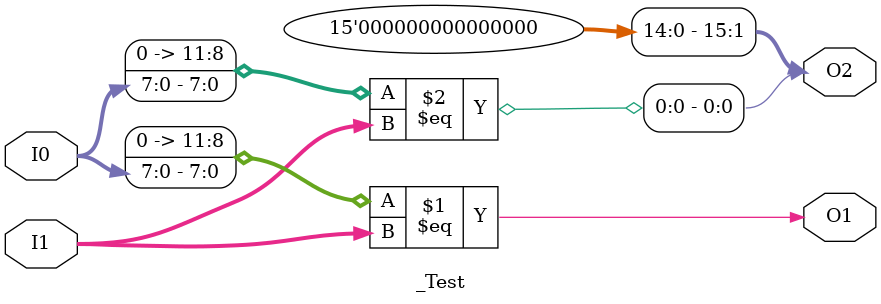
<source format=v>
module _Test (
    input [7:0] I0,
    input [11:0] I1,
    output [0:0] O1,
    output [15:0] O2
);
assign O1 = ({1'b0,1'b0,1'b0,1'b0,I0[7],I0[6],I0[5],I0[4],I0[3],I0[2],I0[1],I0[0]}) == I1;
assign O2 = {1'b0,1'b0,1'b0,1'b0,1'b0,1'b0,1'b0,1'b0,1'b0,1'b0,1'b0,1'b0,1'b0,1'b0,1'b0,({1'b0,1'b0,1'b0,1'b0,I0[7],I0[6],I0[5],I0[4],I0[3],I0[2],I0[1],I0[0]}) == I1};
endmodule


</source>
